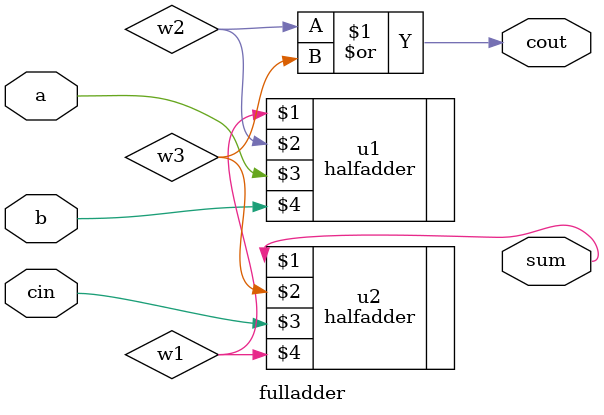
<source format=v>
module fulladder(sum, cout, a, b, cin);
  output cout, sum;
  input a, b, cin;
  wire w1,w2,w3;

  halfadder u1 (w1, w2, a, b);
  halfadder u2 (sum, w3, cin, w1);
  or u3(cout, w2, w3);
endmodule


</source>
